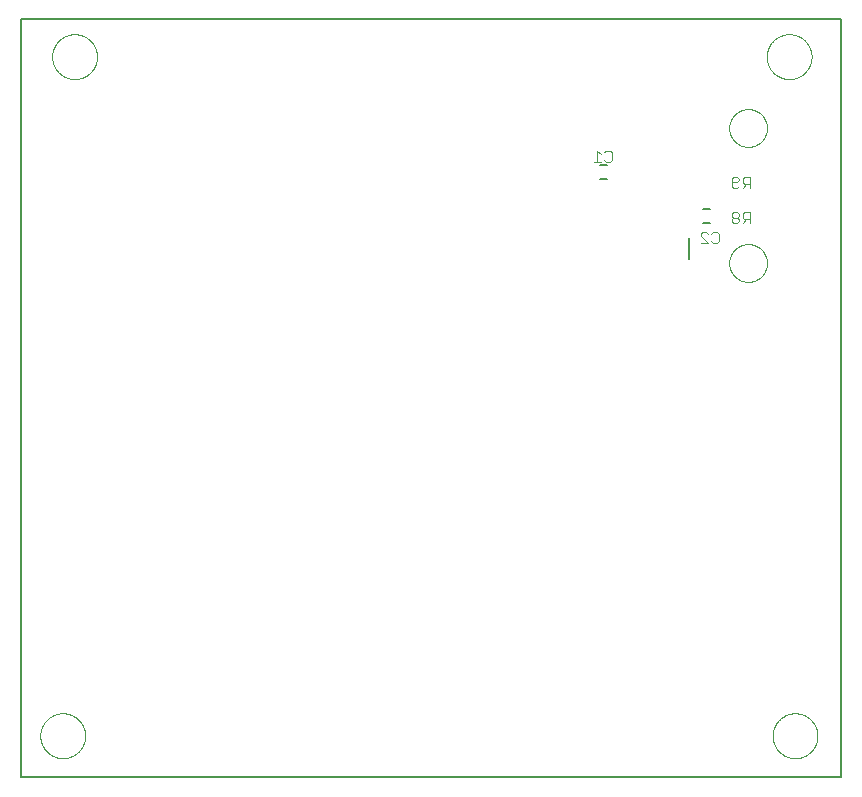
<source format=gbo>
G75*
%MOIN*%
%OFA0B0*%
%FSLAX25Y25*%
%IPPOS*%
%LPD*%
%AMOC8*
5,1,8,0,0,1.08239X$1,22.5*
%
%ADD10C,0.00600*%
%ADD11C,0.00000*%
%ADD12C,0.00300*%
%ADD13C,0.00800*%
D10*
X0015315Y0001300D02*
X0015315Y0253859D01*
X0288346Y0253859D01*
X0288346Y0001300D01*
X0015315Y0001300D01*
X0242480Y0185946D02*
X0244843Y0185946D01*
X0244843Y0190670D02*
X0242480Y0190670D01*
X0210394Y0200709D02*
X0208031Y0200709D01*
X0208031Y0205434D02*
X0210394Y0205434D01*
D11*
X0251240Y0217658D02*
X0251242Y0217816D01*
X0251248Y0217974D01*
X0251258Y0218132D01*
X0251272Y0218290D01*
X0251290Y0218447D01*
X0251311Y0218604D01*
X0251337Y0218760D01*
X0251367Y0218916D01*
X0251400Y0219071D01*
X0251438Y0219224D01*
X0251479Y0219377D01*
X0251524Y0219529D01*
X0251573Y0219680D01*
X0251626Y0219829D01*
X0251682Y0219977D01*
X0251742Y0220123D01*
X0251806Y0220268D01*
X0251874Y0220411D01*
X0251945Y0220553D01*
X0252019Y0220693D01*
X0252097Y0220830D01*
X0252179Y0220966D01*
X0252263Y0221100D01*
X0252352Y0221231D01*
X0252443Y0221360D01*
X0252538Y0221487D01*
X0252635Y0221612D01*
X0252736Y0221734D01*
X0252840Y0221853D01*
X0252947Y0221970D01*
X0253057Y0222084D01*
X0253170Y0222195D01*
X0253285Y0222304D01*
X0253403Y0222409D01*
X0253524Y0222511D01*
X0253647Y0222611D01*
X0253773Y0222707D01*
X0253901Y0222800D01*
X0254031Y0222890D01*
X0254164Y0222976D01*
X0254299Y0223060D01*
X0254435Y0223139D01*
X0254574Y0223216D01*
X0254715Y0223288D01*
X0254857Y0223358D01*
X0255001Y0223423D01*
X0255147Y0223485D01*
X0255294Y0223543D01*
X0255443Y0223598D01*
X0255593Y0223649D01*
X0255744Y0223696D01*
X0255896Y0223739D01*
X0256049Y0223778D01*
X0256204Y0223814D01*
X0256359Y0223845D01*
X0256515Y0223873D01*
X0256671Y0223897D01*
X0256828Y0223917D01*
X0256986Y0223933D01*
X0257143Y0223945D01*
X0257302Y0223953D01*
X0257460Y0223957D01*
X0257618Y0223957D01*
X0257776Y0223953D01*
X0257935Y0223945D01*
X0258092Y0223933D01*
X0258250Y0223917D01*
X0258407Y0223897D01*
X0258563Y0223873D01*
X0258719Y0223845D01*
X0258874Y0223814D01*
X0259029Y0223778D01*
X0259182Y0223739D01*
X0259334Y0223696D01*
X0259485Y0223649D01*
X0259635Y0223598D01*
X0259784Y0223543D01*
X0259931Y0223485D01*
X0260077Y0223423D01*
X0260221Y0223358D01*
X0260363Y0223288D01*
X0260504Y0223216D01*
X0260643Y0223139D01*
X0260779Y0223060D01*
X0260914Y0222976D01*
X0261047Y0222890D01*
X0261177Y0222800D01*
X0261305Y0222707D01*
X0261431Y0222611D01*
X0261554Y0222511D01*
X0261675Y0222409D01*
X0261793Y0222304D01*
X0261908Y0222195D01*
X0262021Y0222084D01*
X0262131Y0221970D01*
X0262238Y0221853D01*
X0262342Y0221734D01*
X0262443Y0221612D01*
X0262540Y0221487D01*
X0262635Y0221360D01*
X0262726Y0221231D01*
X0262815Y0221100D01*
X0262899Y0220966D01*
X0262981Y0220830D01*
X0263059Y0220693D01*
X0263133Y0220553D01*
X0263204Y0220411D01*
X0263272Y0220268D01*
X0263336Y0220123D01*
X0263396Y0219977D01*
X0263452Y0219829D01*
X0263505Y0219680D01*
X0263554Y0219529D01*
X0263599Y0219377D01*
X0263640Y0219224D01*
X0263678Y0219071D01*
X0263711Y0218916D01*
X0263741Y0218760D01*
X0263767Y0218604D01*
X0263788Y0218447D01*
X0263806Y0218290D01*
X0263820Y0218132D01*
X0263830Y0217974D01*
X0263836Y0217816D01*
X0263838Y0217658D01*
X0263836Y0217500D01*
X0263830Y0217342D01*
X0263820Y0217184D01*
X0263806Y0217026D01*
X0263788Y0216869D01*
X0263767Y0216712D01*
X0263741Y0216556D01*
X0263711Y0216400D01*
X0263678Y0216245D01*
X0263640Y0216092D01*
X0263599Y0215939D01*
X0263554Y0215787D01*
X0263505Y0215636D01*
X0263452Y0215487D01*
X0263396Y0215339D01*
X0263336Y0215193D01*
X0263272Y0215048D01*
X0263204Y0214905D01*
X0263133Y0214763D01*
X0263059Y0214623D01*
X0262981Y0214486D01*
X0262899Y0214350D01*
X0262815Y0214216D01*
X0262726Y0214085D01*
X0262635Y0213956D01*
X0262540Y0213829D01*
X0262443Y0213704D01*
X0262342Y0213582D01*
X0262238Y0213463D01*
X0262131Y0213346D01*
X0262021Y0213232D01*
X0261908Y0213121D01*
X0261793Y0213012D01*
X0261675Y0212907D01*
X0261554Y0212805D01*
X0261431Y0212705D01*
X0261305Y0212609D01*
X0261177Y0212516D01*
X0261047Y0212426D01*
X0260914Y0212340D01*
X0260779Y0212256D01*
X0260643Y0212177D01*
X0260504Y0212100D01*
X0260363Y0212028D01*
X0260221Y0211958D01*
X0260077Y0211893D01*
X0259931Y0211831D01*
X0259784Y0211773D01*
X0259635Y0211718D01*
X0259485Y0211667D01*
X0259334Y0211620D01*
X0259182Y0211577D01*
X0259029Y0211538D01*
X0258874Y0211502D01*
X0258719Y0211471D01*
X0258563Y0211443D01*
X0258407Y0211419D01*
X0258250Y0211399D01*
X0258092Y0211383D01*
X0257935Y0211371D01*
X0257776Y0211363D01*
X0257618Y0211359D01*
X0257460Y0211359D01*
X0257302Y0211363D01*
X0257143Y0211371D01*
X0256986Y0211383D01*
X0256828Y0211399D01*
X0256671Y0211419D01*
X0256515Y0211443D01*
X0256359Y0211471D01*
X0256204Y0211502D01*
X0256049Y0211538D01*
X0255896Y0211577D01*
X0255744Y0211620D01*
X0255593Y0211667D01*
X0255443Y0211718D01*
X0255294Y0211773D01*
X0255147Y0211831D01*
X0255001Y0211893D01*
X0254857Y0211958D01*
X0254715Y0212028D01*
X0254574Y0212100D01*
X0254435Y0212177D01*
X0254299Y0212256D01*
X0254164Y0212340D01*
X0254031Y0212426D01*
X0253901Y0212516D01*
X0253773Y0212609D01*
X0253647Y0212705D01*
X0253524Y0212805D01*
X0253403Y0212907D01*
X0253285Y0213012D01*
X0253170Y0213121D01*
X0253057Y0213232D01*
X0252947Y0213346D01*
X0252840Y0213463D01*
X0252736Y0213582D01*
X0252635Y0213704D01*
X0252538Y0213829D01*
X0252443Y0213956D01*
X0252352Y0214085D01*
X0252263Y0214216D01*
X0252179Y0214350D01*
X0252097Y0214486D01*
X0252019Y0214623D01*
X0251945Y0214763D01*
X0251874Y0214905D01*
X0251806Y0215048D01*
X0251742Y0215193D01*
X0251682Y0215339D01*
X0251626Y0215487D01*
X0251573Y0215636D01*
X0251524Y0215787D01*
X0251479Y0215939D01*
X0251438Y0216092D01*
X0251400Y0216245D01*
X0251367Y0216400D01*
X0251337Y0216556D01*
X0251311Y0216712D01*
X0251290Y0216869D01*
X0251272Y0217026D01*
X0251258Y0217184D01*
X0251248Y0217342D01*
X0251242Y0217500D01*
X0251240Y0217658D01*
X0263740Y0241457D02*
X0263742Y0241641D01*
X0263749Y0241824D01*
X0263760Y0242007D01*
X0263776Y0242190D01*
X0263796Y0242373D01*
X0263821Y0242555D01*
X0263850Y0242736D01*
X0263884Y0242916D01*
X0263922Y0243096D01*
X0263964Y0243274D01*
X0264011Y0243452D01*
X0264062Y0243628D01*
X0264118Y0243803D01*
X0264177Y0243977D01*
X0264241Y0244149D01*
X0264309Y0244319D01*
X0264382Y0244488D01*
X0264458Y0244655D01*
X0264539Y0244820D01*
X0264623Y0244983D01*
X0264712Y0245144D01*
X0264804Y0245302D01*
X0264900Y0245459D01*
X0265001Y0245613D01*
X0265104Y0245764D01*
X0265212Y0245913D01*
X0265323Y0246059D01*
X0265438Y0246202D01*
X0265556Y0246343D01*
X0265678Y0246480D01*
X0265803Y0246615D01*
X0265931Y0246746D01*
X0266062Y0246874D01*
X0266197Y0246999D01*
X0266334Y0247121D01*
X0266475Y0247239D01*
X0266618Y0247354D01*
X0266764Y0247465D01*
X0266913Y0247573D01*
X0267064Y0247676D01*
X0267218Y0247777D01*
X0267375Y0247873D01*
X0267533Y0247965D01*
X0267694Y0248054D01*
X0267857Y0248138D01*
X0268022Y0248219D01*
X0268189Y0248295D01*
X0268358Y0248368D01*
X0268528Y0248436D01*
X0268700Y0248500D01*
X0268874Y0248559D01*
X0269049Y0248615D01*
X0269225Y0248666D01*
X0269403Y0248713D01*
X0269581Y0248755D01*
X0269761Y0248793D01*
X0269941Y0248827D01*
X0270122Y0248856D01*
X0270304Y0248881D01*
X0270487Y0248901D01*
X0270670Y0248917D01*
X0270853Y0248928D01*
X0271036Y0248935D01*
X0271220Y0248937D01*
X0271404Y0248935D01*
X0271587Y0248928D01*
X0271770Y0248917D01*
X0271953Y0248901D01*
X0272136Y0248881D01*
X0272318Y0248856D01*
X0272499Y0248827D01*
X0272679Y0248793D01*
X0272859Y0248755D01*
X0273037Y0248713D01*
X0273215Y0248666D01*
X0273391Y0248615D01*
X0273566Y0248559D01*
X0273740Y0248500D01*
X0273912Y0248436D01*
X0274082Y0248368D01*
X0274251Y0248295D01*
X0274418Y0248219D01*
X0274583Y0248138D01*
X0274746Y0248054D01*
X0274907Y0247965D01*
X0275065Y0247873D01*
X0275222Y0247777D01*
X0275376Y0247676D01*
X0275527Y0247573D01*
X0275676Y0247465D01*
X0275822Y0247354D01*
X0275965Y0247239D01*
X0276106Y0247121D01*
X0276243Y0246999D01*
X0276378Y0246874D01*
X0276509Y0246746D01*
X0276637Y0246615D01*
X0276762Y0246480D01*
X0276884Y0246343D01*
X0277002Y0246202D01*
X0277117Y0246059D01*
X0277228Y0245913D01*
X0277336Y0245764D01*
X0277439Y0245613D01*
X0277540Y0245459D01*
X0277636Y0245302D01*
X0277728Y0245144D01*
X0277817Y0244983D01*
X0277901Y0244820D01*
X0277982Y0244655D01*
X0278058Y0244488D01*
X0278131Y0244319D01*
X0278199Y0244149D01*
X0278263Y0243977D01*
X0278322Y0243803D01*
X0278378Y0243628D01*
X0278429Y0243452D01*
X0278476Y0243274D01*
X0278518Y0243096D01*
X0278556Y0242916D01*
X0278590Y0242736D01*
X0278619Y0242555D01*
X0278644Y0242373D01*
X0278664Y0242190D01*
X0278680Y0242007D01*
X0278691Y0241824D01*
X0278698Y0241641D01*
X0278700Y0241457D01*
X0278698Y0241273D01*
X0278691Y0241090D01*
X0278680Y0240907D01*
X0278664Y0240724D01*
X0278644Y0240541D01*
X0278619Y0240359D01*
X0278590Y0240178D01*
X0278556Y0239998D01*
X0278518Y0239818D01*
X0278476Y0239640D01*
X0278429Y0239462D01*
X0278378Y0239286D01*
X0278322Y0239111D01*
X0278263Y0238937D01*
X0278199Y0238765D01*
X0278131Y0238595D01*
X0278058Y0238426D01*
X0277982Y0238259D01*
X0277901Y0238094D01*
X0277817Y0237931D01*
X0277728Y0237770D01*
X0277636Y0237612D01*
X0277540Y0237455D01*
X0277439Y0237301D01*
X0277336Y0237150D01*
X0277228Y0237001D01*
X0277117Y0236855D01*
X0277002Y0236712D01*
X0276884Y0236571D01*
X0276762Y0236434D01*
X0276637Y0236299D01*
X0276509Y0236168D01*
X0276378Y0236040D01*
X0276243Y0235915D01*
X0276106Y0235793D01*
X0275965Y0235675D01*
X0275822Y0235560D01*
X0275676Y0235449D01*
X0275527Y0235341D01*
X0275376Y0235238D01*
X0275222Y0235137D01*
X0275065Y0235041D01*
X0274907Y0234949D01*
X0274746Y0234860D01*
X0274583Y0234776D01*
X0274418Y0234695D01*
X0274251Y0234619D01*
X0274082Y0234546D01*
X0273912Y0234478D01*
X0273740Y0234414D01*
X0273566Y0234355D01*
X0273391Y0234299D01*
X0273215Y0234248D01*
X0273037Y0234201D01*
X0272859Y0234159D01*
X0272679Y0234121D01*
X0272499Y0234087D01*
X0272318Y0234058D01*
X0272136Y0234033D01*
X0271953Y0234013D01*
X0271770Y0233997D01*
X0271587Y0233986D01*
X0271404Y0233979D01*
X0271220Y0233977D01*
X0271036Y0233979D01*
X0270853Y0233986D01*
X0270670Y0233997D01*
X0270487Y0234013D01*
X0270304Y0234033D01*
X0270122Y0234058D01*
X0269941Y0234087D01*
X0269761Y0234121D01*
X0269581Y0234159D01*
X0269403Y0234201D01*
X0269225Y0234248D01*
X0269049Y0234299D01*
X0268874Y0234355D01*
X0268700Y0234414D01*
X0268528Y0234478D01*
X0268358Y0234546D01*
X0268189Y0234619D01*
X0268022Y0234695D01*
X0267857Y0234776D01*
X0267694Y0234860D01*
X0267533Y0234949D01*
X0267375Y0235041D01*
X0267218Y0235137D01*
X0267064Y0235238D01*
X0266913Y0235341D01*
X0266764Y0235449D01*
X0266618Y0235560D01*
X0266475Y0235675D01*
X0266334Y0235793D01*
X0266197Y0235915D01*
X0266062Y0236040D01*
X0265931Y0236168D01*
X0265803Y0236299D01*
X0265678Y0236434D01*
X0265556Y0236571D01*
X0265438Y0236712D01*
X0265323Y0236855D01*
X0265212Y0237001D01*
X0265104Y0237150D01*
X0265001Y0237301D01*
X0264900Y0237455D01*
X0264804Y0237612D01*
X0264712Y0237770D01*
X0264623Y0237931D01*
X0264539Y0238094D01*
X0264458Y0238259D01*
X0264382Y0238426D01*
X0264309Y0238595D01*
X0264241Y0238765D01*
X0264177Y0238937D01*
X0264118Y0239111D01*
X0264062Y0239286D01*
X0264011Y0239462D01*
X0263964Y0239640D01*
X0263922Y0239818D01*
X0263884Y0239998D01*
X0263850Y0240178D01*
X0263821Y0240359D01*
X0263796Y0240541D01*
X0263776Y0240724D01*
X0263760Y0240907D01*
X0263749Y0241090D01*
X0263742Y0241273D01*
X0263740Y0241457D01*
X0251240Y0172658D02*
X0251242Y0172816D01*
X0251248Y0172974D01*
X0251258Y0173132D01*
X0251272Y0173290D01*
X0251290Y0173447D01*
X0251311Y0173604D01*
X0251337Y0173760D01*
X0251367Y0173916D01*
X0251400Y0174071D01*
X0251438Y0174224D01*
X0251479Y0174377D01*
X0251524Y0174529D01*
X0251573Y0174680D01*
X0251626Y0174829D01*
X0251682Y0174977D01*
X0251742Y0175123D01*
X0251806Y0175268D01*
X0251874Y0175411D01*
X0251945Y0175553D01*
X0252019Y0175693D01*
X0252097Y0175830D01*
X0252179Y0175966D01*
X0252263Y0176100D01*
X0252352Y0176231D01*
X0252443Y0176360D01*
X0252538Y0176487D01*
X0252635Y0176612D01*
X0252736Y0176734D01*
X0252840Y0176853D01*
X0252947Y0176970D01*
X0253057Y0177084D01*
X0253170Y0177195D01*
X0253285Y0177304D01*
X0253403Y0177409D01*
X0253524Y0177511D01*
X0253647Y0177611D01*
X0253773Y0177707D01*
X0253901Y0177800D01*
X0254031Y0177890D01*
X0254164Y0177976D01*
X0254299Y0178060D01*
X0254435Y0178139D01*
X0254574Y0178216D01*
X0254715Y0178288D01*
X0254857Y0178358D01*
X0255001Y0178423D01*
X0255147Y0178485D01*
X0255294Y0178543D01*
X0255443Y0178598D01*
X0255593Y0178649D01*
X0255744Y0178696D01*
X0255896Y0178739D01*
X0256049Y0178778D01*
X0256204Y0178814D01*
X0256359Y0178845D01*
X0256515Y0178873D01*
X0256671Y0178897D01*
X0256828Y0178917D01*
X0256986Y0178933D01*
X0257143Y0178945D01*
X0257302Y0178953D01*
X0257460Y0178957D01*
X0257618Y0178957D01*
X0257776Y0178953D01*
X0257935Y0178945D01*
X0258092Y0178933D01*
X0258250Y0178917D01*
X0258407Y0178897D01*
X0258563Y0178873D01*
X0258719Y0178845D01*
X0258874Y0178814D01*
X0259029Y0178778D01*
X0259182Y0178739D01*
X0259334Y0178696D01*
X0259485Y0178649D01*
X0259635Y0178598D01*
X0259784Y0178543D01*
X0259931Y0178485D01*
X0260077Y0178423D01*
X0260221Y0178358D01*
X0260363Y0178288D01*
X0260504Y0178216D01*
X0260643Y0178139D01*
X0260779Y0178060D01*
X0260914Y0177976D01*
X0261047Y0177890D01*
X0261177Y0177800D01*
X0261305Y0177707D01*
X0261431Y0177611D01*
X0261554Y0177511D01*
X0261675Y0177409D01*
X0261793Y0177304D01*
X0261908Y0177195D01*
X0262021Y0177084D01*
X0262131Y0176970D01*
X0262238Y0176853D01*
X0262342Y0176734D01*
X0262443Y0176612D01*
X0262540Y0176487D01*
X0262635Y0176360D01*
X0262726Y0176231D01*
X0262815Y0176100D01*
X0262899Y0175966D01*
X0262981Y0175830D01*
X0263059Y0175693D01*
X0263133Y0175553D01*
X0263204Y0175411D01*
X0263272Y0175268D01*
X0263336Y0175123D01*
X0263396Y0174977D01*
X0263452Y0174829D01*
X0263505Y0174680D01*
X0263554Y0174529D01*
X0263599Y0174377D01*
X0263640Y0174224D01*
X0263678Y0174071D01*
X0263711Y0173916D01*
X0263741Y0173760D01*
X0263767Y0173604D01*
X0263788Y0173447D01*
X0263806Y0173290D01*
X0263820Y0173132D01*
X0263830Y0172974D01*
X0263836Y0172816D01*
X0263838Y0172658D01*
X0263836Y0172500D01*
X0263830Y0172342D01*
X0263820Y0172184D01*
X0263806Y0172026D01*
X0263788Y0171869D01*
X0263767Y0171712D01*
X0263741Y0171556D01*
X0263711Y0171400D01*
X0263678Y0171245D01*
X0263640Y0171092D01*
X0263599Y0170939D01*
X0263554Y0170787D01*
X0263505Y0170636D01*
X0263452Y0170487D01*
X0263396Y0170339D01*
X0263336Y0170193D01*
X0263272Y0170048D01*
X0263204Y0169905D01*
X0263133Y0169763D01*
X0263059Y0169623D01*
X0262981Y0169486D01*
X0262899Y0169350D01*
X0262815Y0169216D01*
X0262726Y0169085D01*
X0262635Y0168956D01*
X0262540Y0168829D01*
X0262443Y0168704D01*
X0262342Y0168582D01*
X0262238Y0168463D01*
X0262131Y0168346D01*
X0262021Y0168232D01*
X0261908Y0168121D01*
X0261793Y0168012D01*
X0261675Y0167907D01*
X0261554Y0167805D01*
X0261431Y0167705D01*
X0261305Y0167609D01*
X0261177Y0167516D01*
X0261047Y0167426D01*
X0260914Y0167340D01*
X0260779Y0167256D01*
X0260643Y0167177D01*
X0260504Y0167100D01*
X0260363Y0167028D01*
X0260221Y0166958D01*
X0260077Y0166893D01*
X0259931Y0166831D01*
X0259784Y0166773D01*
X0259635Y0166718D01*
X0259485Y0166667D01*
X0259334Y0166620D01*
X0259182Y0166577D01*
X0259029Y0166538D01*
X0258874Y0166502D01*
X0258719Y0166471D01*
X0258563Y0166443D01*
X0258407Y0166419D01*
X0258250Y0166399D01*
X0258092Y0166383D01*
X0257935Y0166371D01*
X0257776Y0166363D01*
X0257618Y0166359D01*
X0257460Y0166359D01*
X0257302Y0166363D01*
X0257143Y0166371D01*
X0256986Y0166383D01*
X0256828Y0166399D01*
X0256671Y0166419D01*
X0256515Y0166443D01*
X0256359Y0166471D01*
X0256204Y0166502D01*
X0256049Y0166538D01*
X0255896Y0166577D01*
X0255744Y0166620D01*
X0255593Y0166667D01*
X0255443Y0166718D01*
X0255294Y0166773D01*
X0255147Y0166831D01*
X0255001Y0166893D01*
X0254857Y0166958D01*
X0254715Y0167028D01*
X0254574Y0167100D01*
X0254435Y0167177D01*
X0254299Y0167256D01*
X0254164Y0167340D01*
X0254031Y0167426D01*
X0253901Y0167516D01*
X0253773Y0167609D01*
X0253647Y0167705D01*
X0253524Y0167805D01*
X0253403Y0167907D01*
X0253285Y0168012D01*
X0253170Y0168121D01*
X0253057Y0168232D01*
X0252947Y0168346D01*
X0252840Y0168463D01*
X0252736Y0168582D01*
X0252635Y0168704D01*
X0252538Y0168829D01*
X0252443Y0168956D01*
X0252352Y0169085D01*
X0252263Y0169216D01*
X0252179Y0169350D01*
X0252097Y0169486D01*
X0252019Y0169623D01*
X0251945Y0169763D01*
X0251874Y0169905D01*
X0251806Y0170048D01*
X0251742Y0170193D01*
X0251682Y0170339D01*
X0251626Y0170487D01*
X0251573Y0170636D01*
X0251524Y0170787D01*
X0251479Y0170939D01*
X0251438Y0171092D01*
X0251400Y0171245D01*
X0251367Y0171400D01*
X0251337Y0171556D01*
X0251311Y0171712D01*
X0251290Y0171869D01*
X0251272Y0172026D01*
X0251258Y0172184D01*
X0251248Y0172342D01*
X0251242Y0172500D01*
X0251240Y0172658D01*
X0265709Y0015080D02*
X0265711Y0015264D01*
X0265718Y0015447D01*
X0265729Y0015630D01*
X0265745Y0015813D01*
X0265765Y0015996D01*
X0265790Y0016178D01*
X0265819Y0016359D01*
X0265853Y0016539D01*
X0265891Y0016719D01*
X0265933Y0016897D01*
X0265980Y0017075D01*
X0266031Y0017251D01*
X0266087Y0017426D01*
X0266146Y0017600D01*
X0266210Y0017772D01*
X0266278Y0017942D01*
X0266351Y0018111D01*
X0266427Y0018278D01*
X0266508Y0018443D01*
X0266592Y0018606D01*
X0266681Y0018767D01*
X0266773Y0018925D01*
X0266869Y0019082D01*
X0266970Y0019236D01*
X0267073Y0019387D01*
X0267181Y0019536D01*
X0267292Y0019682D01*
X0267407Y0019825D01*
X0267525Y0019966D01*
X0267647Y0020103D01*
X0267772Y0020238D01*
X0267900Y0020369D01*
X0268031Y0020497D01*
X0268166Y0020622D01*
X0268303Y0020744D01*
X0268444Y0020862D01*
X0268587Y0020977D01*
X0268733Y0021088D01*
X0268882Y0021196D01*
X0269033Y0021299D01*
X0269187Y0021400D01*
X0269344Y0021496D01*
X0269502Y0021588D01*
X0269663Y0021677D01*
X0269826Y0021761D01*
X0269991Y0021842D01*
X0270158Y0021918D01*
X0270327Y0021991D01*
X0270497Y0022059D01*
X0270669Y0022123D01*
X0270843Y0022182D01*
X0271018Y0022238D01*
X0271194Y0022289D01*
X0271372Y0022336D01*
X0271550Y0022378D01*
X0271730Y0022416D01*
X0271910Y0022450D01*
X0272091Y0022479D01*
X0272273Y0022504D01*
X0272456Y0022524D01*
X0272639Y0022540D01*
X0272822Y0022551D01*
X0273005Y0022558D01*
X0273189Y0022560D01*
X0273373Y0022558D01*
X0273556Y0022551D01*
X0273739Y0022540D01*
X0273922Y0022524D01*
X0274105Y0022504D01*
X0274287Y0022479D01*
X0274468Y0022450D01*
X0274648Y0022416D01*
X0274828Y0022378D01*
X0275006Y0022336D01*
X0275184Y0022289D01*
X0275360Y0022238D01*
X0275535Y0022182D01*
X0275709Y0022123D01*
X0275881Y0022059D01*
X0276051Y0021991D01*
X0276220Y0021918D01*
X0276387Y0021842D01*
X0276552Y0021761D01*
X0276715Y0021677D01*
X0276876Y0021588D01*
X0277034Y0021496D01*
X0277191Y0021400D01*
X0277345Y0021299D01*
X0277496Y0021196D01*
X0277645Y0021088D01*
X0277791Y0020977D01*
X0277934Y0020862D01*
X0278075Y0020744D01*
X0278212Y0020622D01*
X0278347Y0020497D01*
X0278478Y0020369D01*
X0278606Y0020238D01*
X0278731Y0020103D01*
X0278853Y0019966D01*
X0278971Y0019825D01*
X0279086Y0019682D01*
X0279197Y0019536D01*
X0279305Y0019387D01*
X0279408Y0019236D01*
X0279509Y0019082D01*
X0279605Y0018925D01*
X0279697Y0018767D01*
X0279786Y0018606D01*
X0279870Y0018443D01*
X0279951Y0018278D01*
X0280027Y0018111D01*
X0280100Y0017942D01*
X0280168Y0017772D01*
X0280232Y0017600D01*
X0280291Y0017426D01*
X0280347Y0017251D01*
X0280398Y0017075D01*
X0280445Y0016897D01*
X0280487Y0016719D01*
X0280525Y0016539D01*
X0280559Y0016359D01*
X0280588Y0016178D01*
X0280613Y0015996D01*
X0280633Y0015813D01*
X0280649Y0015630D01*
X0280660Y0015447D01*
X0280667Y0015264D01*
X0280669Y0015080D01*
X0280667Y0014896D01*
X0280660Y0014713D01*
X0280649Y0014530D01*
X0280633Y0014347D01*
X0280613Y0014164D01*
X0280588Y0013982D01*
X0280559Y0013801D01*
X0280525Y0013621D01*
X0280487Y0013441D01*
X0280445Y0013263D01*
X0280398Y0013085D01*
X0280347Y0012909D01*
X0280291Y0012734D01*
X0280232Y0012560D01*
X0280168Y0012388D01*
X0280100Y0012218D01*
X0280027Y0012049D01*
X0279951Y0011882D01*
X0279870Y0011717D01*
X0279786Y0011554D01*
X0279697Y0011393D01*
X0279605Y0011235D01*
X0279509Y0011078D01*
X0279408Y0010924D01*
X0279305Y0010773D01*
X0279197Y0010624D01*
X0279086Y0010478D01*
X0278971Y0010335D01*
X0278853Y0010194D01*
X0278731Y0010057D01*
X0278606Y0009922D01*
X0278478Y0009791D01*
X0278347Y0009663D01*
X0278212Y0009538D01*
X0278075Y0009416D01*
X0277934Y0009298D01*
X0277791Y0009183D01*
X0277645Y0009072D01*
X0277496Y0008964D01*
X0277345Y0008861D01*
X0277191Y0008760D01*
X0277034Y0008664D01*
X0276876Y0008572D01*
X0276715Y0008483D01*
X0276552Y0008399D01*
X0276387Y0008318D01*
X0276220Y0008242D01*
X0276051Y0008169D01*
X0275881Y0008101D01*
X0275709Y0008037D01*
X0275535Y0007978D01*
X0275360Y0007922D01*
X0275184Y0007871D01*
X0275006Y0007824D01*
X0274828Y0007782D01*
X0274648Y0007744D01*
X0274468Y0007710D01*
X0274287Y0007681D01*
X0274105Y0007656D01*
X0273922Y0007636D01*
X0273739Y0007620D01*
X0273556Y0007609D01*
X0273373Y0007602D01*
X0273189Y0007600D01*
X0273005Y0007602D01*
X0272822Y0007609D01*
X0272639Y0007620D01*
X0272456Y0007636D01*
X0272273Y0007656D01*
X0272091Y0007681D01*
X0271910Y0007710D01*
X0271730Y0007744D01*
X0271550Y0007782D01*
X0271372Y0007824D01*
X0271194Y0007871D01*
X0271018Y0007922D01*
X0270843Y0007978D01*
X0270669Y0008037D01*
X0270497Y0008101D01*
X0270327Y0008169D01*
X0270158Y0008242D01*
X0269991Y0008318D01*
X0269826Y0008399D01*
X0269663Y0008483D01*
X0269502Y0008572D01*
X0269344Y0008664D01*
X0269187Y0008760D01*
X0269033Y0008861D01*
X0268882Y0008964D01*
X0268733Y0009072D01*
X0268587Y0009183D01*
X0268444Y0009298D01*
X0268303Y0009416D01*
X0268166Y0009538D01*
X0268031Y0009663D01*
X0267900Y0009791D01*
X0267772Y0009922D01*
X0267647Y0010057D01*
X0267525Y0010194D01*
X0267407Y0010335D01*
X0267292Y0010478D01*
X0267181Y0010624D01*
X0267073Y0010773D01*
X0266970Y0010924D01*
X0266869Y0011078D01*
X0266773Y0011235D01*
X0266681Y0011393D01*
X0266592Y0011554D01*
X0266508Y0011717D01*
X0266427Y0011882D01*
X0266351Y0012049D01*
X0266278Y0012218D01*
X0266210Y0012388D01*
X0266146Y0012560D01*
X0266087Y0012734D01*
X0266031Y0012909D01*
X0265980Y0013085D01*
X0265933Y0013263D01*
X0265891Y0013441D01*
X0265853Y0013621D01*
X0265819Y0013801D01*
X0265790Y0013982D01*
X0265765Y0014164D01*
X0265745Y0014347D01*
X0265729Y0014530D01*
X0265718Y0014713D01*
X0265711Y0014896D01*
X0265709Y0015080D01*
X0021614Y0015080D02*
X0021616Y0015264D01*
X0021623Y0015447D01*
X0021634Y0015630D01*
X0021650Y0015813D01*
X0021670Y0015996D01*
X0021695Y0016178D01*
X0021724Y0016359D01*
X0021758Y0016539D01*
X0021796Y0016719D01*
X0021838Y0016897D01*
X0021885Y0017075D01*
X0021936Y0017251D01*
X0021992Y0017426D01*
X0022051Y0017600D01*
X0022115Y0017772D01*
X0022183Y0017942D01*
X0022256Y0018111D01*
X0022332Y0018278D01*
X0022413Y0018443D01*
X0022497Y0018606D01*
X0022586Y0018767D01*
X0022678Y0018925D01*
X0022774Y0019082D01*
X0022875Y0019236D01*
X0022978Y0019387D01*
X0023086Y0019536D01*
X0023197Y0019682D01*
X0023312Y0019825D01*
X0023430Y0019966D01*
X0023552Y0020103D01*
X0023677Y0020238D01*
X0023805Y0020369D01*
X0023936Y0020497D01*
X0024071Y0020622D01*
X0024208Y0020744D01*
X0024349Y0020862D01*
X0024492Y0020977D01*
X0024638Y0021088D01*
X0024787Y0021196D01*
X0024938Y0021299D01*
X0025092Y0021400D01*
X0025249Y0021496D01*
X0025407Y0021588D01*
X0025568Y0021677D01*
X0025731Y0021761D01*
X0025896Y0021842D01*
X0026063Y0021918D01*
X0026232Y0021991D01*
X0026402Y0022059D01*
X0026574Y0022123D01*
X0026748Y0022182D01*
X0026923Y0022238D01*
X0027099Y0022289D01*
X0027277Y0022336D01*
X0027455Y0022378D01*
X0027635Y0022416D01*
X0027815Y0022450D01*
X0027996Y0022479D01*
X0028178Y0022504D01*
X0028361Y0022524D01*
X0028544Y0022540D01*
X0028727Y0022551D01*
X0028910Y0022558D01*
X0029094Y0022560D01*
X0029278Y0022558D01*
X0029461Y0022551D01*
X0029644Y0022540D01*
X0029827Y0022524D01*
X0030010Y0022504D01*
X0030192Y0022479D01*
X0030373Y0022450D01*
X0030553Y0022416D01*
X0030733Y0022378D01*
X0030911Y0022336D01*
X0031089Y0022289D01*
X0031265Y0022238D01*
X0031440Y0022182D01*
X0031614Y0022123D01*
X0031786Y0022059D01*
X0031956Y0021991D01*
X0032125Y0021918D01*
X0032292Y0021842D01*
X0032457Y0021761D01*
X0032620Y0021677D01*
X0032781Y0021588D01*
X0032939Y0021496D01*
X0033096Y0021400D01*
X0033250Y0021299D01*
X0033401Y0021196D01*
X0033550Y0021088D01*
X0033696Y0020977D01*
X0033839Y0020862D01*
X0033980Y0020744D01*
X0034117Y0020622D01*
X0034252Y0020497D01*
X0034383Y0020369D01*
X0034511Y0020238D01*
X0034636Y0020103D01*
X0034758Y0019966D01*
X0034876Y0019825D01*
X0034991Y0019682D01*
X0035102Y0019536D01*
X0035210Y0019387D01*
X0035313Y0019236D01*
X0035414Y0019082D01*
X0035510Y0018925D01*
X0035602Y0018767D01*
X0035691Y0018606D01*
X0035775Y0018443D01*
X0035856Y0018278D01*
X0035932Y0018111D01*
X0036005Y0017942D01*
X0036073Y0017772D01*
X0036137Y0017600D01*
X0036196Y0017426D01*
X0036252Y0017251D01*
X0036303Y0017075D01*
X0036350Y0016897D01*
X0036392Y0016719D01*
X0036430Y0016539D01*
X0036464Y0016359D01*
X0036493Y0016178D01*
X0036518Y0015996D01*
X0036538Y0015813D01*
X0036554Y0015630D01*
X0036565Y0015447D01*
X0036572Y0015264D01*
X0036574Y0015080D01*
X0036572Y0014896D01*
X0036565Y0014713D01*
X0036554Y0014530D01*
X0036538Y0014347D01*
X0036518Y0014164D01*
X0036493Y0013982D01*
X0036464Y0013801D01*
X0036430Y0013621D01*
X0036392Y0013441D01*
X0036350Y0013263D01*
X0036303Y0013085D01*
X0036252Y0012909D01*
X0036196Y0012734D01*
X0036137Y0012560D01*
X0036073Y0012388D01*
X0036005Y0012218D01*
X0035932Y0012049D01*
X0035856Y0011882D01*
X0035775Y0011717D01*
X0035691Y0011554D01*
X0035602Y0011393D01*
X0035510Y0011235D01*
X0035414Y0011078D01*
X0035313Y0010924D01*
X0035210Y0010773D01*
X0035102Y0010624D01*
X0034991Y0010478D01*
X0034876Y0010335D01*
X0034758Y0010194D01*
X0034636Y0010057D01*
X0034511Y0009922D01*
X0034383Y0009791D01*
X0034252Y0009663D01*
X0034117Y0009538D01*
X0033980Y0009416D01*
X0033839Y0009298D01*
X0033696Y0009183D01*
X0033550Y0009072D01*
X0033401Y0008964D01*
X0033250Y0008861D01*
X0033096Y0008760D01*
X0032939Y0008664D01*
X0032781Y0008572D01*
X0032620Y0008483D01*
X0032457Y0008399D01*
X0032292Y0008318D01*
X0032125Y0008242D01*
X0031956Y0008169D01*
X0031786Y0008101D01*
X0031614Y0008037D01*
X0031440Y0007978D01*
X0031265Y0007922D01*
X0031089Y0007871D01*
X0030911Y0007824D01*
X0030733Y0007782D01*
X0030553Y0007744D01*
X0030373Y0007710D01*
X0030192Y0007681D01*
X0030010Y0007656D01*
X0029827Y0007636D01*
X0029644Y0007620D01*
X0029461Y0007609D01*
X0029278Y0007602D01*
X0029094Y0007600D01*
X0028910Y0007602D01*
X0028727Y0007609D01*
X0028544Y0007620D01*
X0028361Y0007636D01*
X0028178Y0007656D01*
X0027996Y0007681D01*
X0027815Y0007710D01*
X0027635Y0007744D01*
X0027455Y0007782D01*
X0027277Y0007824D01*
X0027099Y0007871D01*
X0026923Y0007922D01*
X0026748Y0007978D01*
X0026574Y0008037D01*
X0026402Y0008101D01*
X0026232Y0008169D01*
X0026063Y0008242D01*
X0025896Y0008318D01*
X0025731Y0008399D01*
X0025568Y0008483D01*
X0025407Y0008572D01*
X0025249Y0008664D01*
X0025092Y0008760D01*
X0024938Y0008861D01*
X0024787Y0008964D01*
X0024638Y0009072D01*
X0024492Y0009183D01*
X0024349Y0009298D01*
X0024208Y0009416D01*
X0024071Y0009538D01*
X0023936Y0009663D01*
X0023805Y0009791D01*
X0023677Y0009922D01*
X0023552Y0010057D01*
X0023430Y0010194D01*
X0023312Y0010335D01*
X0023197Y0010478D01*
X0023086Y0010624D01*
X0022978Y0010773D01*
X0022875Y0010924D01*
X0022774Y0011078D01*
X0022678Y0011235D01*
X0022586Y0011393D01*
X0022497Y0011554D01*
X0022413Y0011717D01*
X0022332Y0011882D01*
X0022256Y0012049D01*
X0022183Y0012218D01*
X0022115Y0012388D01*
X0022051Y0012560D01*
X0021992Y0012734D01*
X0021936Y0012909D01*
X0021885Y0013085D01*
X0021838Y0013263D01*
X0021796Y0013441D01*
X0021758Y0013621D01*
X0021724Y0013801D01*
X0021695Y0013982D01*
X0021670Y0014164D01*
X0021650Y0014347D01*
X0021634Y0014530D01*
X0021623Y0014713D01*
X0021616Y0014896D01*
X0021614Y0015080D01*
X0025551Y0241457D02*
X0025553Y0241641D01*
X0025560Y0241824D01*
X0025571Y0242007D01*
X0025587Y0242190D01*
X0025607Y0242373D01*
X0025632Y0242555D01*
X0025661Y0242736D01*
X0025695Y0242916D01*
X0025733Y0243096D01*
X0025775Y0243274D01*
X0025822Y0243452D01*
X0025873Y0243628D01*
X0025929Y0243803D01*
X0025988Y0243977D01*
X0026052Y0244149D01*
X0026120Y0244319D01*
X0026193Y0244488D01*
X0026269Y0244655D01*
X0026350Y0244820D01*
X0026434Y0244983D01*
X0026523Y0245144D01*
X0026615Y0245302D01*
X0026711Y0245459D01*
X0026812Y0245613D01*
X0026915Y0245764D01*
X0027023Y0245913D01*
X0027134Y0246059D01*
X0027249Y0246202D01*
X0027367Y0246343D01*
X0027489Y0246480D01*
X0027614Y0246615D01*
X0027742Y0246746D01*
X0027873Y0246874D01*
X0028008Y0246999D01*
X0028145Y0247121D01*
X0028286Y0247239D01*
X0028429Y0247354D01*
X0028575Y0247465D01*
X0028724Y0247573D01*
X0028875Y0247676D01*
X0029029Y0247777D01*
X0029186Y0247873D01*
X0029344Y0247965D01*
X0029505Y0248054D01*
X0029668Y0248138D01*
X0029833Y0248219D01*
X0030000Y0248295D01*
X0030169Y0248368D01*
X0030339Y0248436D01*
X0030511Y0248500D01*
X0030685Y0248559D01*
X0030860Y0248615D01*
X0031036Y0248666D01*
X0031214Y0248713D01*
X0031392Y0248755D01*
X0031572Y0248793D01*
X0031752Y0248827D01*
X0031933Y0248856D01*
X0032115Y0248881D01*
X0032298Y0248901D01*
X0032481Y0248917D01*
X0032664Y0248928D01*
X0032847Y0248935D01*
X0033031Y0248937D01*
X0033215Y0248935D01*
X0033398Y0248928D01*
X0033581Y0248917D01*
X0033764Y0248901D01*
X0033947Y0248881D01*
X0034129Y0248856D01*
X0034310Y0248827D01*
X0034490Y0248793D01*
X0034670Y0248755D01*
X0034848Y0248713D01*
X0035026Y0248666D01*
X0035202Y0248615D01*
X0035377Y0248559D01*
X0035551Y0248500D01*
X0035723Y0248436D01*
X0035893Y0248368D01*
X0036062Y0248295D01*
X0036229Y0248219D01*
X0036394Y0248138D01*
X0036557Y0248054D01*
X0036718Y0247965D01*
X0036876Y0247873D01*
X0037033Y0247777D01*
X0037187Y0247676D01*
X0037338Y0247573D01*
X0037487Y0247465D01*
X0037633Y0247354D01*
X0037776Y0247239D01*
X0037917Y0247121D01*
X0038054Y0246999D01*
X0038189Y0246874D01*
X0038320Y0246746D01*
X0038448Y0246615D01*
X0038573Y0246480D01*
X0038695Y0246343D01*
X0038813Y0246202D01*
X0038928Y0246059D01*
X0039039Y0245913D01*
X0039147Y0245764D01*
X0039250Y0245613D01*
X0039351Y0245459D01*
X0039447Y0245302D01*
X0039539Y0245144D01*
X0039628Y0244983D01*
X0039712Y0244820D01*
X0039793Y0244655D01*
X0039869Y0244488D01*
X0039942Y0244319D01*
X0040010Y0244149D01*
X0040074Y0243977D01*
X0040133Y0243803D01*
X0040189Y0243628D01*
X0040240Y0243452D01*
X0040287Y0243274D01*
X0040329Y0243096D01*
X0040367Y0242916D01*
X0040401Y0242736D01*
X0040430Y0242555D01*
X0040455Y0242373D01*
X0040475Y0242190D01*
X0040491Y0242007D01*
X0040502Y0241824D01*
X0040509Y0241641D01*
X0040511Y0241457D01*
X0040509Y0241273D01*
X0040502Y0241090D01*
X0040491Y0240907D01*
X0040475Y0240724D01*
X0040455Y0240541D01*
X0040430Y0240359D01*
X0040401Y0240178D01*
X0040367Y0239998D01*
X0040329Y0239818D01*
X0040287Y0239640D01*
X0040240Y0239462D01*
X0040189Y0239286D01*
X0040133Y0239111D01*
X0040074Y0238937D01*
X0040010Y0238765D01*
X0039942Y0238595D01*
X0039869Y0238426D01*
X0039793Y0238259D01*
X0039712Y0238094D01*
X0039628Y0237931D01*
X0039539Y0237770D01*
X0039447Y0237612D01*
X0039351Y0237455D01*
X0039250Y0237301D01*
X0039147Y0237150D01*
X0039039Y0237001D01*
X0038928Y0236855D01*
X0038813Y0236712D01*
X0038695Y0236571D01*
X0038573Y0236434D01*
X0038448Y0236299D01*
X0038320Y0236168D01*
X0038189Y0236040D01*
X0038054Y0235915D01*
X0037917Y0235793D01*
X0037776Y0235675D01*
X0037633Y0235560D01*
X0037487Y0235449D01*
X0037338Y0235341D01*
X0037187Y0235238D01*
X0037033Y0235137D01*
X0036876Y0235041D01*
X0036718Y0234949D01*
X0036557Y0234860D01*
X0036394Y0234776D01*
X0036229Y0234695D01*
X0036062Y0234619D01*
X0035893Y0234546D01*
X0035723Y0234478D01*
X0035551Y0234414D01*
X0035377Y0234355D01*
X0035202Y0234299D01*
X0035026Y0234248D01*
X0034848Y0234201D01*
X0034670Y0234159D01*
X0034490Y0234121D01*
X0034310Y0234087D01*
X0034129Y0234058D01*
X0033947Y0234033D01*
X0033764Y0234013D01*
X0033581Y0233997D01*
X0033398Y0233986D01*
X0033215Y0233979D01*
X0033031Y0233977D01*
X0032847Y0233979D01*
X0032664Y0233986D01*
X0032481Y0233997D01*
X0032298Y0234013D01*
X0032115Y0234033D01*
X0031933Y0234058D01*
X0031752Y0234087D01*
X0031572Y0234121D01*
X0031392Y0234159D01*
X0031214Y0234201D01*
X0031036Y0234248D01*
X0030860Y0234299D01*
X0030685Y0234355D01*
X0030511Y0234414D01*
X0030339Y0234478D01*
X0030169Y0234546D01*
X0030000Y0234619D01*
X0029833Y0234695D01*
X0029668Y0234776D01*
X0029505Y0234860D01*
X0029344Y0234949D01*
X0029186Y0235041D01*
X0029029Y0235137D01*
X0028875Y0235238D01*
X0028724Y0235341D01*
X0028575Y0235449D01*
X0028429Y0235560D01*
X0028286Y0235675D01*
X0028145Y0235793D01*
X0028008Y0235915D01*
X0027873Y0236040D01*
X0027742Y0236168D01*
X0027614Y0236299D01*
X0027489Y0236434D01*
X0027367Y0236571D01*
X0027249Y0236712D01*
X0027134Y0236855D01*
X0027023Y0237001D01*
X0026915Y0237150D01*
X0026812Y0237301D01*
X0026711Y0237455D01*
X0026615Y0237612D01*
X0026523Y0237770D01*
X0026434Y0237931D01*
X0026350Y0238094D01*
X0026269Y0238259D01*
X0026193Y0238426D01*
X0026120Y0238595D01*
X0026052Y0238765D01*
X0025988Y0238937D01*
X0025929Y0239111D01*
X0025873Y0239286D01*
X0025822Y0239462D01*
X0025775Y0239640D01*
X0025733Y0239818D01*
X0025695Y0239998D01*
X0025661Y0240178D01*
X0025632Y0240359D01*
X0025607Y0240541D01*
X0025587Y0240724D01*
X0025571Y0240907D01*
X0025560Y0241090D01*
X0025553Y0241273D01*
X0025551Y0241457D01*
D12*
X0206011Y0206472D02*
X0208437Y0206472D01*
X0207224Y0206472D02*
X0207224Y0210112D01*
X0208437Y0208898D01*
X0209636Y0209505D02*
X0210243Y0210112D01*
X0211456Y0210112D01*
X0212063Y0209505D01*
X0212063Y0207078D01*
X0211456Y0206472D01*
X0210243Y0206472D01*
X0209636Y0207078D01*
X0241710Y0182336D02*
X0242317Y0182942D01*
X0243530Y0182942D01*
X0244137Y0182336D01*
X0245335Y0182336D02*
X0245942Y0182942D01*
X0247155Y0182942D01*
X0247762Y0182336D01*
X0247762Y0179909D01*
X0247155Y0179302D01*
X0245942Y0179302D01*
X0245335Y0179909D01*
X0244137Y0179302D02*
X0241710Y0181729D01*
X0241710Y0182336D01*
X0241710Y0179302D02*
X0244137Y0179302D01*
X0252052Y0186565D02*
X0252659Y0185958D01*
X0253872Y0185958D01*
X0254479Y0186565D01*
X0254479Y0187171D01*
X0253872Y0187778D01*
X0252659Y0187778D01*
X0252052Y0187171D01*
X0252052Y0186565D01*
X0252659Y0187778D02*
X0252052Y0188385D01*
X0252052Y0188991D01*
X0252659Y0189598D01*
X0253872Y0189598D01*
X0254479Y0188991D01*
X0254479Y0188385D01*
X0253872Y0187778D01*
X0255677Y0187778D02*
X0255677Y0188991D01*
X0256284Y0189598D01*
X0258104Y0189598D01*
X0258104Y0185958D01*
X0258104Y0187171D02*
X0256284Y0187171D01*
X0255677Y0187778D01*
X0256891Y0187171D02*
X0255677Y0185958D01*
X0255677Y0197769D02*
X0256891Y0198982D01*
X0256284Y0198982D02*
X0258104Y0198982D01*
X0258104Y0197769D02*
X0258104Y0201409D01*
X0256284Y0201409D01*
X0255677Y0200802D01*
X0255677Y0199589D01*
X0256284Y0198982D01*
X0254479Y0198376D02*
X0253872Y0197769D01*
X0252659Y0197769D01*
X0252052Y0198376D01*
X0252052Y0200802D01*
X0252659Y0201409D01*
X0253872Y0201409D01*
X0254479Y0200802D01*
X0254479Y0200196D01*
X0253872Y0199589D01*
X0252052Y0199589D01*
D13*
X0237720Y0181158D02*
X0237720Y0174158D01*
M02*

</source>
